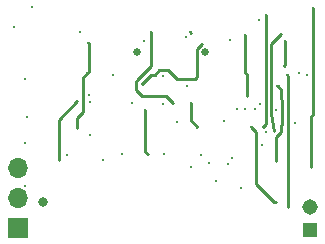
<source format=gbr>
%TF.GenerationSoftware,KiCad,Pcbnew,(6.0.7)*%
%TF.CreationDate,2023-09-19T20:50:44-05:00*%
%TF.ProjectId,CounterProject,436f756e-7465-4725-9072-6f6a6563742e,rev?*%
%TF.SameCoordinates,Original*%
%TF.FileFunction,Copper,L2,Inr*%
%TF.FilePolarity,Positive*%
%FSLAX46Y46*%
G04 Gerber Fmt 4.6, Leading zero omitted, Abs format (unit mm)*
G04 Created by KiCad (PCBNEW (6.0.7)) date 2023-09-19 20:50:44*
%MOMM*%
%LPD*%
G01*
G04 APERTURE LIST*
%TA.AperFunction,ComponentPad*%
%ADD10R,1.308000X1.308000*%
%TD*%
%TA.AperFunction,ComponentPad*%
%ADD11C,1.308000*%
%TD*%
%TA.AperFunction,ComponentPad*%
%ADD12R,1.700000X1.700000*%
%TD*%
%TA.AperFunction,ComponentPad*%
%ADD13O,1.700000X1.700000*%
%TD*%
%TA.AperFunction,ComponentPad*%
%ADD14C,0.660400*%
%TD*%
%TA.AperFunction,ViaPad*%
%ADD15C,0.250000*%
%TD*%
%TA.AperFunction,ViaPad*%
%ADD16C,0.800000*%
%TD*%
%TA.AperFunction,Conductor*%
%ADD17C,0.250000*%
%TD*%
G04 APERTURE END LIST*
D10*
%TO.N,/VBAT*%
%TO.C,BT2*%
X184700000Y-41200000D03*
D11*
%TO.N,GND*%
X184700000Y-39200000D03*
%TD*%
D12*
%TO.N,Net-(J3-Pad1)*%
%TO.C,J3*%
X160000000Y-41000000D03*
D13*
%TO.N,/VPWR*%
X160000000Y-38460000D03*
%TO.N,GND*%
X160000000Y-35920000D03*
%TD*%
D14*
%TO.N,N/C*%
%TO.C,J1*%
X175889999Y-26110801D03*
X170110001Y-26110801D03*
%TD*%
D15*
%TO.N,/VBAT*%
X179200000Y-27800000D03*
X179200000Y-24650500D03*
X182800000Y-28000000D03*
X182900000Y-39200000D03*
X166000000Y-29700000D03*
X179400000Y-29850000D03*
%TO.N,GND*%
X174700001Y-35800001D03*
X174600000Y-24400000D03*
X170200000Y-28400000D03*
X184800000Y-35800000D03*
X161200000Y-22300000D03*
X173100000Y-30424500D03*
X185000000Y-22400000D03*
D16*
X162124500Y-38800000D03*
D15*
X180400000Y-23400000D03*
X176200539Y-35449500D03*
X184800000Y-31600000D03*
X171300000Y-24400000D03*
X177775255Y-35554815D03*
%TO.N,/SW4_IN*%
X183500000Y-32100000D03*
X165949500Y-25300000D03*
X165024093Y-32559184D03*
%TO.N,/SDA*%
X184500000Y-28000000D03*
X172300000Y-28100000D03*
%TO.N,/SCL*%
X172300000Y-30500000D03*
X183800000Y-27900000D03*
%TO.N,/I2C_PULLUP*%
X180549500Y-30500195D03*
X169700000Y-30400000D03*
%TO.N,/UPDI*%
X181900000Y-31000000D03*
X160600000Y-28400000D03*
%TO.N,/SW1_IN*%
X178114500Y-35100000D03*
%TO.N,/SW2_IN*%
X166100000Y-33100000D03*
X181000000Y-32900000D03*
%TO.N,/VPWR*%
X160600000Y-37400000D03*
X175500000Y-34800000D03*
X177500000Y-31950500D03*
X180800000Y-32400000D03*
X181000000Y-23000000D03*
X167200000Y-35200000D03*
%TO.N,/SW3_IN*%
X182300000Y-24600000D03*
X181700000Y-32800000D03*
%TO.N,Net-(C3-Pad1)*%
X170500000Y-28800000D03*
X168100000Y-28000000D03*
X175200000Y-27900000D03*
X182500000Y-27300000D03*
X175600000Y-25400000D03*
X182600000Y-25200000D03*
X178000000Y-25100000D03*
%TO.N,/DISP_RESET*%
X172400000Y-34750500D03*
X178600000Y-30900000D03*
%TO.N,Net-(C5-Pad1)*%
X179750000Y-32450000D03*
X175200000Y-32400000D03*
X181900000Y-38800000D03*
X174642390Y-30380379D03*
%TO.N,Net-(C5-Pad2)*%
X174300000Y-28930000D03*
X181900000Y-35350501D03*
X181924500Y-29000000D03*
%TO.N,Net-(C6-Pad1)*%
X179200000Y-30900000D03*
X171000000Y-34750500D03*
X170775500Y-31000000D03*
%TO.N,Net-(C6-Pad2)*%
X180675000Y-33925000D03*
X168800000Y-34750500D03*
%TO.N,Net-(C9-Pad2)*%
X164200000Y-34824500D03*
X160600000Y-33800000D03*
%TO.N,Net-(C10-Pad2)*%
X166100000Y-30300000D03*
X165050500Y-30281466D03*
X163500000Y-35200000D03*
%TO.N,/DISP*%
X173500000Y-32024500D03*
X176800000Y-37000000D03*
X178900000Y-37600000D03*
X160800000Y-31600000D03*
X180100000Y-30900000D03*
%TO.N,Net-(J1-PadA5)*%
X174200000Y-24849500D03*
X159700000Y-24000000D03*
%TO.N,Net-(J1-PadB5)*%
X165298524Y-24400506D03*
X170700000Y-25200000D03*
%TD*%
D17*
%TO.N,/VBAT*%
X179200000Y-27800000D02*
X179200000Y-24650500D01*
X182900000Y-28100000D02*
X182800000Y-28000000D01*
X179400000Y-28000000D02*
X179200000Y-27800000D01*
X179400000Y-29850000D02*
X179400000Y-28000000D01*
X182900000Y-39200000D02*
X182900000Y-28100000D01*
%TO.N,GND*%
X170200000Y-28400000D02*
X171300000Y-27300000D01*
X184800000Y-31600000D02*
X184800000Y-35800000D01*
X173100000Y-30400000D02*
X173100000Y-30424500D01*
X170550000Y-29850000D02*
X172550000Y-29850000D01*
X170200000Y-28400000D02*
X170000000Y-28600000D01*
X171300000Y-27300000D02*
X171300000Y-24400000D01*
X170200000Y-28400000D02*
X170270000Y-28330000D01*
X185030299Y-31369701D02*
X185030299Y-22430299D01*
X184800000Y-31600000D02*
X185030299Y-31369701D01*
X174700000Y-24500000D02*
X174600000Y-24400000D01*
X170000000Y-28600000D02*
X170000000Y-29300000D01*
X170000000Y-29300000D02*
X170550000Y-29850000D01*
X172550000Y-29850000D02*
X173100000Y-30400000D01*
X185030299Y-22430299D02*
X185000000Y-22400000D01*
%TO.N,/SW4_IN*%
X165300000Y-31400000D02*
X165530000Y-31170000D01*
X166000000Y-27800000D02*
X166000000Y-25300000D01*
X165024093Y-32559184D02*
X165024093Y-31675907D01*
X165024093Y-31675907D02*
X165300000Y-31400000D01*
X165900000Y-27900000D02*
X166000000Y-27800000D01*
X165530000Y-28270000D02*
X165900000Y-27900000D01*
X166000000Y-25300000D02*
X165949500Y-25300000D01*
X165530000Y-31170000D02*
X165530000Y-28270000D01*
%TO.N,/VPWR*%
X181000000Y-31700000D02*
X181000000Y-32200000D01*
X181000000Y-32200000D02*
X180800000Y-32400000D01*
X181000000Y-31700000D02*
X181000000Y-23000000D01*
%TO.N,/SW3_IN*%
X181450000Y-31300000D02*
X181450000Y-25450000D01*
X181700000Y-32800000D02*
X181450000Y-31300000D01*
X181450000Y-25450000D02*
X182300000Y-24600000D01*
%TO.N,Net-(C3-Pad1)*%
X175000000Y-28400000D02*
X175164798Y-28235202D01*
X170500000Y-28800000D02*
X171300000Y-28000000D01*
X171300000Y-28000000D02*
X171600000Y-28000000D01*
X175164798Y-28235202D02*
X175164798Y-28164798D01*
X182600000Y-27200000D02*
X182500000Y-27300000D01*
X171600000Y-28000000D02*
X171970000Y-27630000D01*
X173500000Y-28400000D02*
X175000000Y-28400000D01*
X175200000Y-27900000D02*
X175164798Y-28164798D01*
X175164798Y-28164798D02*
X175164798Y-25800000D01*
X182600000Y-25200000D02*
X182600000Y-27200000D01*
X175164798Y-25800000D02*
X175564798Y-25400000D01*
X175564798Y-25400000D02*
X175600000Y-25400000D01*
X171970000Y-27630000D02*
X172730000Y-27630000D01*
X172730000Y-27630000D02*
X173500000Y-28400000D01*
%TO.N,Net-(C5-Pad1)*%
X181700000Y-38800000D02*
X181900000Y-38800000D01*
X180158408Y-37258408D02*
X181700000Y-38800000D01*
X174642390Y-30380379D02*
X174642390Y-31842390D01*
X174642390Y-31842390D02*
X175200000Y-32400000D01*
X180158408Y-32858408D02*
X180158408Y-37258408D01*
X179750000Y-32450000D02*
X180158408Y-32858408D01*
%TO.N,Net-(C5-Pad2)*%
X182400000Y-31700000D02*
X182400000Y-30900000D01*
X181900000Y-33300000D02*
X182300000Y-32900000D01*
X182300000Y-32900000D02*
X182400000Y-31700000D01*
X182400000Y-30900000D02*
X182300000Y-29300000D01*
X181900000Y-35350501D02*
X181900000Y-33300000D01*
X182000000Y-29000000D02*
X181924500Y-29000000D01*
X182300000Y-29300000D02*
X182000000Y-29000000D01*
%TO.N,Net-(C6-Pad1)*%
X170775500Y-34526000D02*
X171000000Y-34750500D01*
X170775500Y-31000000D02*
X170775500Y-34526000D01*
%TO.N,Net-(C10-Pad2)*%
X163500000Y-31831966D02*
X165050500Y-30281466D01*
X163500000Y-35200000D02*
X163500000Y-31831966D01*
%TD*%
M02*

</source>
